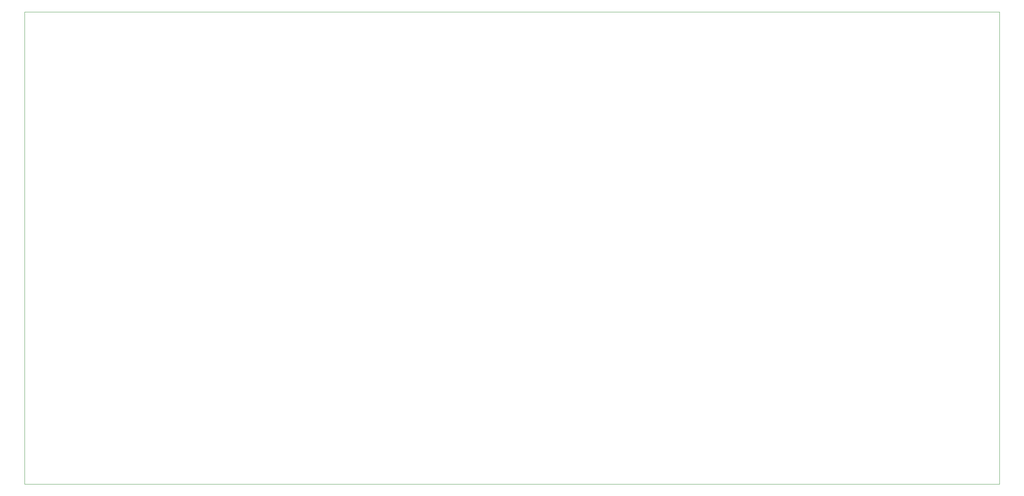
<source format=gm1>
G04 #@! TF.GenerationSoftware,KiCad,Pcbnew,(6.0.2)*
G04 #@! TF.CreationDate,2022-03-07T19:03:20-08:00*
G04 #@! TF.ProjectId,driver_test,64726976-6572-45f7-9465-73742e6b6963,rev?*
G04 #@! TF.SameCoordinates,Original*
G04 #@! TF.FileFunction,Profile,NP*
%FSLAX46Y46*%
G04 Gerber Fmt 4.6, Leading zero omitted, Abs format (unit mm)*
G04 Created by KiCad (PCBNEW (6.0.2)) date 2022-03-07 19:03:20*
%MOMM*%
%LPD*%
G01*
G04 APERTURE LIST*
G04 #@! TA.AperFunction,Profile*
%ADD10C,0.100000*%
G04 #@! TD*
G04 APERTURE END LIST*
D10*
X25400000Y-25400000D02*
X254000000Y-25400000D01*
X254000000Y-25400000D02*
X254000000Y-136144000D01*
X254000000Y-136144000D02*
X25400000Y-136144000D01*
X25400000Y-136144000D02*
X25400000Y-25400000D01*
M02*

</source>
